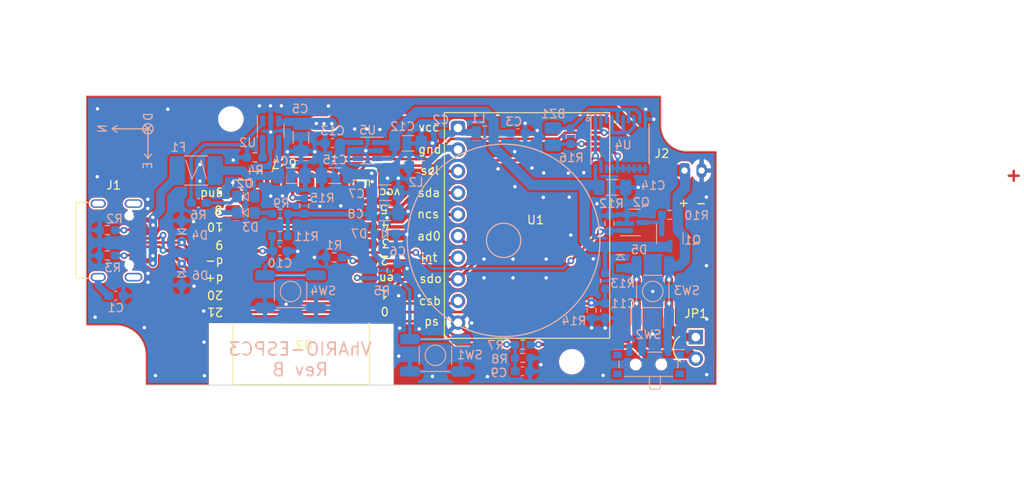
<source format=kicad_pcb>
(kicad_pcb (version 20211014) (generator pcbnew)
  (layers (0 "F.Cu" signal) (31 "B.Cu" signal) (34 "B.Paste" user) (35 "F.Paste" user) (36 "B.SilkS" user "B.Silkscreen") (37 "F.SilkS" user "F.Silkscreen") (38 "B.Mask" user) (39 "F.Mask" user) (44 "Edge.Cuts" user))
  (net 0 "")
  (net 1 "Net-(BZ1-Pad1)")
  (net 2 "Net-(BZ1-Pad2)")
  (net 3 "Net-(C1-Pad1)")
  (net 4 "GND")
  (net 5 "Net-(C2-Pad1)")
  (net 6 "Net-(C2-Pad2)")
  (net 7 "+VSW")
  (net 8 "Net-(C4-Pad1)")
  (net 9 "+BATT")
  (net 10 "Net-(C6-Pad1)")
  (net 11 "+3V3")
  (net 12 "/PWR_SENS")
  (net 13 "Net-(C10-Pad1)")
  (net 14 "/ADC")
  (net 15 "Net-(F1-Pad1)")
  (net 16 "Net-(D2-Pad1)")
  (net 17 "Net-(D3-Pad1)")
  (net 18 "Net-(D3-Pad2)")
  (net 19 "/D-")
  (net 20 "Net-(D5-Pad2)")
  (net 21 "/D+")
  (net 23 "Net-(J1-Pad4)")
  (net 25 "Net-(J1-Pad10)")
  (net 29 "Net-(Q1-Pad1)")
  (net 30 "/PWR_CTRL")
  (net 31 "/DRDY")
  (net 32 "Net-(R4-Pad2)")
  (net 33 "Net-(R6-Pad1)")
  (net 34 "/AUDIO_EN")
  (net 35 "/SCK")
  (net 36 "/MOSI")
  (net 37 "/NCS")
  (net 38 "/MISO")
  (net 39 "/CSB")
  (net 40 "/AUDIO")
  (footprint "0-vhario-espc3:MountingHole_2.5mm" (layer "F.Cu") (at 146 97.25)
    (fp_text reference "H2" hide)
    (fp_text value "MountingHole")
  )
  (footprint "0-vhario-espc3:cjmcu117" (layer "F.Cu") (at 132.65 69.8)
    (fp_text reference "U1")
    (fp_text value "cjmcu117")
  )
  (footprint "0-vhario-espc3:MountingHole_2.5mm" (layer "F.Cu") (at 106 68.75)
    (fp_text reference "H1" hide)
    (fp_text value "MountingHole")
  )
  (footprint "0-vhario-espc3:usb_c_16" (layer "F.Cu") (at 95.155 79.8 -90)
    (fp_text reference "J1")
    (fp_text value "USB_C")
  )
  (footprint "0-vhario-espc3:espc3fn4" (layer "F.Cu") (at 122.25 91.42 180)
    (fp_text reference "U3")
    (fp_text value "espc3fn4")
  )
  (footprint "0-vhario-espc3:JST_PH_B2B-PH-K_1x02_P2.00mm_Vertical" (layer "F.Cu") (at 159.225 74.8)
    (fp_text reference "J2")
    (fp_text value "Battery")
  )
  (footprint "0-vhario-espc3:PinSocket_1x02_P2.54mm_Vertical" (layer "F.Cu") (at 160.55 94.36)
    (fp_text reference "JP1")
    (fp_text value "DBG")
  )
  (footprint "0-vhario-espc3:Fuse_1812_4532Metric_Pad1.30x3.40mm_HandSolder" (layer "B.Cu") (at 101.925 74.8)
    (fp_text reference "F1")
    (fp_text value "nSMD100-16")
  )
  (footprint "0-vhario-espc3:D_SOD-323_HandSoldering" (layer "B.Cu") (at 100.225 87 -90)
    (fp_text reference "D6")
    (fp_text value "BV03C")
  )
  (footprint "0-vhario-espc3:D_SOD-323_HandSoldering" (layer "B.Cu") (at 100.225 81.95 90)
    (fp_text reference "D4")
    (fp_text value "BV03C")
  )
  (footprint "0-vhario-espc3:C_0603_1608Metric_Pad1.08x0.95mm_HandSolder" (layer "B.Cu") (at 92.5 89.5)
    (fp_text reference "C1")
    (fp_text value "100n")
  )
  (footprint "0-vhario-espc3:R_0603_1608Metric_Pad0.98x0.95mm_HandSolder" (layer "B.Cu") (at 111.75 82.5 180)
    (fp_text reference "R11")
    (fp_text value "10K")
  )
  (footprint "Package_TO_SOT_SMD:SOT-23" (layer "B.Cu") (at 153.4 80.9)
    (fp_text reference "Q2")
    (fp_text value "2N7002")
  )
  (footprint "0-vhario-espc3:R_0603_1608Metric_Pad0.98x0.95mm_HandSolder" (layer "B.Cu") (at 123.8 86.525 -90)
    (fp_text reference "R5")
    (fp_text value "2K7")
  )
  (footprint "0-vhario-espc3:SW_SPDT_PCM12" (layer "B.Cu") (at 155 97.25 180)
    (fp_text reference "SW2")
    (fp_text value "DBG")
  )
  (footprint "0-vhario-espc3:L_0805_2012Metric_Pad1.15x1.40mm_HandSolder" (layer "B.Cu") (at 127.95 74.35)
    (fp_text reference "L2")
    (fp_text value "GZ2012D601TF")
  )
  (footprint "0-vhario-espc3:LED_0805_2012Metric_Pad1.15x1.40mm_HandSolder" (layer "B.Cu") (at 107.75 77.85)
    (fp_text reference "D2")
    (fp_text value "CHRG")
  )
  (footprint "0-vhario-espc3:conn_smd_1x2_2mm" (layer "B.Cu") (at 143.8 71.825)
    (fp_text reference "BZ1")
    (fp_text value "KPEG006")
  )
  (footprint "0-vhario-espc3:C_1206_3216Metric_Pad1.33x1.80mm_HandSolder" (layer "B.Cu") (at 126.775 71.6)
    (fp_text reference "C12")
    (fp_text value "22u")
  )
  (footprint "0-vhario-espc3:C_0603_1608Metric_Pad1.08x0.95mm_HandSolder" (layer "B.Cu") (at 117.925 71.575 180)
    (fp_text reference "C13")
    (fp_text value "100n")
  )
  (footprint "0-vhario-espc3:R_0603_1608Metric_Pad0.98x0.95mm_HandSolder" (layer "B.Cu") (at 91.5 81.8 180)
    (fp_text reference "R2")
    (fp_text value "5K1 1%")
  )
  (footprint "0-vhario-espc3:C_1206_3216Metric_Pad1.33x1.80mm_HandSolder" (layer "B.Cu") (at 118.2 75.4 180)
    (fp_text reference "C15")
    (fp_text value "22u")
  )
  (footprint "Package_TO_SOT_SMD:SOT-23-5" (layer "B.Cu") (at 110.675 70.125 -90)
    (fp_text reference "U2")
    (fp_text value "MCP73831-2-OT")
  )
  (footprint "0-vhario-espc3:R_0603_1608Metric_Pad0.98x0.95mm_HandSolder" (layer "B.Cu") (at 145.875 70.775 90)
    (fp_text reference "R16")
    (fp_text value "10K")
  )
  (footprint "0-vhario-espc3:L_0805_2012Metric_Pad1.15x1.40mm_HandSolder" (layer "B.Cu") (at 135.8 70.3)
    (fp_text reference "L1")
    (fp_text value "GZ2012D601TF")
  )
  (footprint "0-vhario-espc3:C_0603_1608Metric_Pad1.08x0.95mm_HandSolder" (layer "B.Cu") (at 139.675 70.4)
    (fp_text reference "C3")
    (fp_text value "100n")
  )
  (footprint "Package_TO_SOT_SMD:SOT-23-5" (layer "B.Cu") (at 122.05 72.45 180)
    (fp_text reference "U5")
    (fp_text value "TLV75533PDBV")
  )
  (footprint "0-vhario-espc3:C_0603_1608Metric_Pad1.08x0.95mm_HandSolder" (layer "B.Cu") (at 125.525 86.55 90)
    (fp_text reference "C6")
    (fp_text value "1u")
  )
  (footprint "0-vhario-espc3:smd_btn4" (layer "B.Cu") (at 155.5 89 90)
    (fp_text reference "SW3")
    (fp_text value "PWR")
  )
  (footprint "0-vhario-espc3:C_0603_1608Metric_Pad1.08x0.95mm_HandSolder" (layer "B.Cu") (at 130.825 71.325 -90)
    (fp_text reference "C2")
    (fp_text value "100n")
  )
  (footprint "0-vhario-espc3:smd_btn4" (layer "B.Cu") (at 113 89 180)
    (fp_text reference "SW4")
    (fp_text value "PCCA")
  )
  (footprint "0-vhario-espc3:R_0603_1608Metric_Pad0.98x0.95mm_HandSolder" (layer "B.Cu") (at 140.25 96.8)
    (fp_text reference "R8")
    (fp_text value "10K")
  )
  (footprint "0-vhario-espc3:smd_btn4" (layer "B.Cu") (at 130 96.5)
    (fp_text reference "SW1")
    (fp_text value "RST")
  )
  (footprint "0-vhario-espc3:R_0603_1608Metric_Pad0.98x0.95mm_HandSolder" (layer "B.Cu") (at 150.425 81 90)
    (fp_text reference "R12")
    (fp_text value "10K")
  )
  (footprint "0-vhario-espc3:R_0603_1608Metric_Pad0.98x0.95mm_HandSolder" (layer "B.Cu") (at 148.325 91.225 -90)
    (fp_text reference "R14")
    (fp_text value "2K2")
  )
  (footprint "0-vhario-espc3:R_0603_1608Metric_Pad0.98x0.95mm_HandSolder" (layer "B.Cu") (at 118.1 85 180)
    (fp_text reference "R1")
    (fp_text value "10K")
  )
  (footprint "0-vhario-espc3:D_SOD-323_HandSoldering" (layer "B.Cu") (at 151.7 84.975 -90)
    (fp_text reference "D5")
    (fp_text value "1N5819WS")
  )
  (footprint "0-vhario-espc3:C_1206_3216Metric_Pad1.33x1.80mm_HandSolder" (layer "B.Cu") (at 113.175 75.4)
    (fp_text reference "C4")
    (fp_text value "22u 16V")
  )
  (footprint "0-vhario-espc3:C_0603_1608Metric_Pad1.08x0.95mm_HandSolder" (layer "B.Cu") (at 149.9 91.25 -90)
    (fp_text reference "C11")
    (fp_text value "100n")
  )
  (footprint "0-vhario-espc3:C_0603_1608Metric_Pad1.08x0.95mm_HandSolder" (layer "B.Cu") (at 102.2 78.6)
    (fp_text reference "R6")
    (fp_text value "2K2")
  )
  (footprint "0-vhario-espc3:R_0603_1608Metric_Pad0.98x0.95mm_HandSolder" (layer "B.Cu") (at 108.8 73.25)
    (fp_text reference "R4")
    (fp_text value "2K")
  )
  (footprint "0-vhario-espc3:R_0603_1608Metric_Pad0.98x0.95mm_HandSolder" (layer "B.Cu") (at 91.5 84.775 180)
    (fp_text reference "R3")
    (fp_text value "5K1 1%")
  )
  (footprint "0-vhario-espc3:R_0603_1608Metric_Pad0.98x0.95mm_HandSolder" (layer "B.Cu") (at 114.6 78.95 90)
    (fp_text reference "R15")
    (fp_text value "10K")
  )
  (footprint "0-vhario-espc3:D_SOD-323_HandSoldering" (layer "B.Cu") (at 124.1 82.225 180)
    (fp_text reference "D7")
    (fp_text value "BV03C")
  )
  (footprint "0-vhario-espc3:C_1206_3216Metric_Pad1.33x1.80mm_HandSolder" (layer "B.Cu") (at 114.225 70.925 -90)
    (fp_text reference "C5")
    (fp_text value "22u 16V")
  )
  (footprint "Package_TO_SOT_SMD:SOT-23" (layer "B.Cu") (at 157.5 82.75 -90)
    (fp_text reference "Q1")
    (fp_text value "AO3401A")
  )
  (footprint "0-vhario-espc3:R_0603_1608Metric_Pad0.98x0.95mm_HandSolder" (layer "B.Cu") (at 111.775 79.875)
    (fp_text reference "R9")
    (fp_text value "2K2")
  )
  (footprint "0-vhario-espc3:LED_0805_2012Metric_Pad1.15x1.40mm_HandSolder" (layer "B.Cu") (at 107.75 79.75)
    (fp_text reference "D3")
    (fp_text value "PWR")
  )
  (footprint "0-vhario-espc3:C_0603_1608Metric_Pad1.08x0.95mm_HandSolder" (layer "B.Cu") (at 111.75 84.25)
    (fp_text reference "C10")
    (fp_text value "100n")
  )
  (footprint "0-vhario-espc3:R_0603_1608Metric_Pad0.98x0.95mm_HandSolder" (layer "B.Cu") (at 157.5 80 180)
    (fp_text reference "R10")
    (fp_text value "10K")
  )
  (footprint "0-vhario-espc3:R_0603_1608Metric_Pad0.98x0.95mm_HandSolder" (layer "B.Cu") (at 140.25 95.25 180)
    (fp_text reference "R7")
    (fp_text value "2K7")
  )
  (footprint "0-vhario-espc3:C_1206_3216Metric_Pad1.33x1.80mm_HandSolder" (layer "B.Cu") (at 150.75 76.775)
    (fp_text reference "C14")
    (fp_text value "22u")
  )
  (footprint "0-vhario-espc3:C_1206_3216Metric_Pad1.33x1.80mm_HandSolder" (layer "B.Cu") (at 124.075 79.775)
    (fp_text reference "C8")
    (fp_text value "100u")
  )
  (footprint "0-vhario-espc3:C_1206_3216Metric_Pad1.33x1.80mm_HandSolder" (layer "B.Cu") (at 124.1 77.4)
    (fp_text reference "C7")
    (fp_text value "100u")
  )
  (footprint "0-vhario-espc3:R_0603_1608Metric_Pad0.98x0.95mm_HandSolder" (layer "B.Cu") (at 149.9 87.75 -90)
    (fp_text reference "R13")
    (fp_text value "10K")
  )
  (footprint "0-vhario-espc3:SSOP-20_4.4x6.5mm_P0.65mm" (layer "B.Cu") (at 151.6925 71.675 -90)
    (fp_text reference "U4")
    (fp_text value "74HC240PWR")
  )
  (footprint "0-vhario-espc3:C_0603_1608Metric_Pad1.08x0.95mm_HandSolder" (layer "B.Cu") (at 140.225 98.375)
    (fp_text reference "C9")
    (fp_text value "100n")
  )
  (gr_circle locked (center 138 83) (end 149.3 83) (layer "B.SilkS") (width 0.15) (fill none))
  (gr_line (start 96.275 73.4) (end 95.85 72.85) (layer "B.SilkS") (width 0.15))
  (gr_line (start 92.075 69.85) (end 92.65 69.525) (layer "B.SilkS") (width 0.15))
  (gr_line (start 96.725 70.225) (end 95.9 69.475) (layer "B.SilkS") (width 0.15))
  (gr_line (start 92.075 69.9) (end 96.275 69.9) (layer "B.SilkS") (width 0.15))
  (gr_line (start 96.275 69.9) (end 96.275 73.325) (layer "B.SilkS") (width 0.15))
  (gr_line (start 96.275 73.4) (end 96.675 72.85) (layer "B.SilkS") (width 0.15))
  (gr_circle locked (center 138 83) (end 140.015564 83) (layer "B.SilkS") (width 0.15) (fill none))
  (gr_circle (center 96.275 69.9) (end 95.75 70.2) (layer "B.SilkS") (width 0.15) (fill none))
  (gr_line (start 96.7 69.475) (end 95.85 70.25) (layer "B.SilkS") (width 0.15))
  (gr_line (start 92.075 69.9) (end 92.625 70.3) (layer "B.SilkS") (width 0.15))
  (gr_arc (start 158.738238 97.221817) (mid 157.925 95.775) (end 158.650819 94.282411) (layer "F.SilkS") (width 0.15))
  (gr_line locked (start 156.5 66) (end 89 66) (layer "Edge.Cuts") (width 0.1))
  (gr_line locked (start 96 100) (end 163 100) (layer "Edge.Cuts") (width 0.1))
  (gr_line locked (start 156.5 69.5) (end 156.5 66) (layer "Edge.Cuts") (width 0.1))
  (gr_line locked (start 92.5 93) (end 89 93) (layer "Edge.Cuts") (width 0.1))
  (gr_line locked (start 89 93) (end 89 66) (layer "Edge.Cuts") (width 0.1))
  (gr_line locked (start 163 100) (end 163 72.5) (layer "Edge.Cuts") (width 0.1))
  (gr_line locked (start 159.5 72.5) (end 163 72.5) (layer "Edge.Cuts") (width 0.1))
  (gr_line locked (start 96 96.5) (end 96 100) (layer "Edge.Cuts") (width 0.1))
  (gr_arc locked (start 92.5 93) (mid 94.974874 94.025126) (end 96 96.5) (layer "Edge.Cuts") (width 0.1))
  (gr_arc locked (start 159.5 72.5) (mid 157.37868 71.62132) (end 156.5 69.5) (layer "Edge.Cuts") (width 0.1))
  (gr_text "+" (at 197.85 75.3) (layer "F.Cu") (effects (font (size 1.5 1.5) (thickness 0.3))))
  (gr_text "N" (at 90.925 69.875 90) (layer "B.SilkS") (effects (font (size 1 1)) (justify mirror)))
  (gr_text "E" (at 96.25 74.225 90) (layer "B.SilkS") (effects (font (size 1 1)) (justify mirror)))
  (gr_text "D" (at 96.3 68.475 90) (layer "B.SilkS") (effects (font (size 1 1)) (justify mirror)))
  (gr_text "VhARIO-ESPC3\nRev B" (at 114.125 96.975) (layer "B.SilkS") (effects (font (size 1.5 1.5) (thickness 0.2)) (justify mirror)))
  (gr_text "+" (at 159.125 78.575) (layer "F.SilkS") (effects (font (size 1 1))))
  (gr_text "-" (at 161.175 78.625) (layer "F.SilkS") (effects (font (size 1 1))))
  (segment (start 147.125 71.675) (end 149.975 71.675) (width 0.4) (layer "F.Cu") (net 1))
  (segment (start 149.975 71.675) (end 151.4 73.1) (width 0.4) (layer "F.Cu") (net 1))
  (via (at 151.4 73.1) (size 0.8) (drill 0.4) (layers "F.Cu" "B.Cu") (net 1))
  (via (at 147.125 71.675) (size 0.8) (drill 0.4) (layers "F.Cu" "B.Cu") (net 1))
  (segment (start 151.3675 74.575) (end 150.7175 74.575) (width 0.4) (layer "B.Cu") (net 1))
  (segment (start 153.9675 74.575) (end 153.3175 74.575) (width 0.4) (layer "B.Cu") (net 1))
  (segment (start 154.6175 74.575) (end 153.9675 74.575) (width 0.4) (layer "B.Cu") (net 1))
  (segment (start 152.0175 74.575) (end 151.3675 74.575) (width 0.4) (layer "B.Cu") (net 1))
  (segment (start 153.3175 74.575) (end 152.6675 74.575) (width 0.4) (layer "B.Cu") (net 1))
  (segment (start 145.875 71.6875) (end 143.9375 71.6875) (width 0.4) (layer "B.Cu") (net 1))
  (segment (start 150.7175 74.575) (end 150.0675 74.575) (width 0.4) (layer "B.Cu") (net 1))
  (segment (start 152.6675 74.575) (end 152.0175 74.575) (width 0.4) (layer "B.Cu") (net 1))
  (segment (start 151.3675 73.1325) (end 151.4 73.1) (width 0.4) (layer "B.Cu") (net 1))
  (segment (start 147.0375 71.6875) (end 145.875 71.6875) (width 0.4) (layer "B.Cu") (net 1))
  (segment (start 143.9375 71.6875) (end 143.8 71.825) (width 0.4) (layer "B.Cu") (net 1))
  (segment (start 151.3675 74.575) (end 151.3675 73.1325) (width 0.4) (layer "B.Cu") (net 1))
  (segment (start 152.6675 67.7825) (end 152.8 67.65) (width 0.4) (layer "B.Cu") (net 2))
  (segment (start 153.9675 68.775) (end 153.9675 68.1425) (width 0.4) (layer "B.Cu") (net 2))
  (segment (start 151.3675 67.7425) (end 151.275 67.65) (width 0.4) (layer "B.Cu") (net 2))
  (segment (start 143.8375 69.8625) (end 143.8 69.825) (width 0.4) (layer "B.Cu") (net 2))
  (segment (start 150.3 67.65) (end 150.0675 67.8825) (width 0.4) (layer "B.Cu") (net 2))
  (segment (start 145.875 69.8625) (end 148.0875 67.65) (width 0.4) (layer "B.Cu") (net 2))
  (segment (start 152.8 67.65) (end 151.275 67.65) (width 0.4) (layer "B.Cu") (net 2))
  (segment (start 150.0675 67.8825) (end 150.0675 68.775) (width 0.4) (layer "B.Cu") (net 2))
  (segment (start 151.3675 68.775) (end 151.3675 67.7425) (width 0.4) (layer "B.Cu") (net 2))
  (segment (start 152.6675 68.775) (end 152.6675 67.7825) (width 0.4) (layer "B.Cu") (net 2))
  (segment (start 151.275 67.65) (end 150.3 67.65) (width 0.4) (layer "B.Cu") (net 2))
  (segment (start 148.0875 67.65) (end 150.3 67.65) (width 0.4) (layer "B.Cu") (net 2))
  (segment (start 145.875 69.8625) (end 143.8375 69.8625) (width 0.4) (layer "B.Cu") (net 2))
  (segment (start 153.475 67.65) (end 152.8 67.65) (width 0.4) (layer "B.Cu") (net 2))
  (segment (start 153.9675 68.1425) (end 153.475 67.65) (width 0.4) (layer "B.Cu") (net 2))
  (segment (start 90.43 87.32) (end 90.43 88.2925) (width 0.8) (layer "B.Cu") (net 3))
  (segment (start 90.43 88.2925) (end 91.6375 89.5) (width 0.8) (layer "B.Cu") (net 3))
  (segment (start 96.275 86.875) (end 96.275 86.82) (width 0.3) (layer "F.Cu") (net 4))
  (segment (start 96.25 79.25) (end 96.205 79.25) (width 0.3) (layer "F.Cu") (net 4))
  (segment (start 106.25 76.25) (end 106.225 76.225) (width 0.8) (layer "F.Cu") (net 4))
  (segment (start 106.245 77.425) (end 106.25 77.42) (width 0.8) (layer "F.Cu") (net 4))
  (segment (start 104.725 77.425) (end 106.245 77.425) (width 1) (layer "F.Cu") (net 4))
  (segment (start 96.205 79.25) (end 95.655 79.8) (width 0.6) (layer "F.Cu") (net 4))
  (segment (start 106.25 77.42) (end 106.25 76.25) (width 1) (layer "F.Cu") (net 4))
  (segment (start 96.275 86.82) (end 95.655 86.2) (width 0.6) (layer "F.Cu") (net 4))
  (via (at 126.8 79.6) (size 0.8) (drill 0.4) (layers "F.Cu" "B.Cu") (net 4))
  (via (at 143 85.2) (size 0.8) (drill 0.4) (layers "F.Cu" "B.Cu") (net 4))
  (via (at 112.625 72.6) (size 0.8) (drill 0.4) (layers "F.Cu" "B.Cu") (net 4))
  (via (at 137.35 74.6) (size 0.8) (drill 0.4) (layers "F.Cu" "B.Cu") (net 4))
  (via (at 115.8 85) (size 0.8) (drill 0.4) (layers "F.Cu" "B.Cu") (net 4))
  (via (at 139.325 76.7) (size 0.8) (drill 0.4) (layers "F.Cu" "B.Cu") (net 4))
  (via (at 135.7 87.4) (size 0.8) (drill 0.4) (layers "F.Cu" "B.Cu") (net 4))
  (via (at 147.4 75.05) (size 0.8) (drill 0.4) (layers "F.Cu" "B.Cu") (net 4))
  (via (at 142.7 75.075) (size 0.8) (drill 0.4) (layers "F.Cu" "B.Cu") (net 4))
  (via (at 102.375 76.05) (size 0.8) (drill 0.4) (layers "F.Cu" "B.Cu") (net 4))
  (via (at 126.65 82.3) (size 0.8) (drill 0.4) (layers "F.Cu" "B.Cu") (net 4))
  (via (at 140.525 69.25) (size 0.8) (drill 0.4) (layers "F.Cu" "B.Cu") (net 4))
  (via (at 112.05 77.775) (size 0.8) (drill 0.4) (layers "F.Cu" "B.Cu") (net 4))
  (via (at 102.9 98.9) (size 0.8) (drill 0.4) (layers "F.Cu" "B.Cu") (net 4))
  (via (at 110.65 67.2) (size 0.8) (drill 0.4) (layers "F.Cu" "B.Cu") (net 4))
  (via (at 121.825 72.475) (size 0.8) (drill 0.4) (layers "F.Cu" "B.Cu") (net 4))
  (via (at 115.85 72.6) (size 0.8) (drill 0.4) (layers "F.Cu" "B.Cu") (net 4))
  (via (at 121.975 69.925) (size 0.8) (drill 0.4) (layers "F.Cu" "B.Cu") (net 4))
  (via (at 111.925 67.2) (size 0.8) (drill 0.4) (layers "F.Cu" "B.Cu") (net 4))
  (via (at 145.7 77.925) (size 0.8) (drill 0.4) (layers "F.Cu" "B.Cu") (net 4))
  (via (at 112.475 90.5) (size 0.8) (drill 0.4) (layers "F.Cu" "B.Cu") (net 4))
  (via (at 155.5 89) (size 0.8) (drill 0.4) (layers "F.Cu" "B.Cu") (net 4))
  (via (at 129.65 71.575) (size 0.8) (drill 0.4) (layers "F.Cu" "B.Cu") (net 4))
  (via (at 90.075 92.025) (size 0.8) (drill 0.4) (layers "F.Cu" "B.Cu") (net 4))
  (via (at 96.25 79.25) (size 0.8) (drill 0.4) (layers "F.Cu" "B.Cu") (net 4))
  (via (at 113.85 84.3) (size 0.8) (drill 0.4) (layers "F.Cu" "B.Cu") (net 4))
  (via (at 134.25 92.7) (size 0.8) (drill 0.4) (layers "F.Cu" "B.Cu") (net 4))
  (via (at 125.8 93.3) (size 0.8) (drill 0.4) (layers "F.Cu" "B.Cu") (net 4))
  (via (at 142.65 77.95) (size 0.8) (drill 0.4) (layers "F.Cu" "B.Cu") (net 4))
  (via (at 124.425 77.45) (size 0.8) (drill 0.4) (layers "F.Cu" "B.Cu") (net 4))
  (via (at 102.375 74.1) (size 0.8) (drill 0.4) (layers "F.Cu" "B.Cu") (net 4))
  (via (at 101.625 80.8) (size 0.8) (drill 0.4) (layers "F.Cu" "B.Cu") (net 4))
  (via (at 128.1 89.5) (size 0.8) (drill 0.4) (layers "F.Cu" "B.Cu") (net 4))
  (via (at 125.675 89.5) (size 0.8) (drill 0.4) (layers "F.Cu" "B.Cu") (net 4))
  (via (at 118.9 78.95) (size 0.8) (drill 0.4) (layers "F.Cu" "B.Cu") (net 4))
  (via (at 97.15 98.875) (size 0.8) (drill 0.4) (layers "F.Cu" "B.Cu") (net 4))
  (via (at 96.275 87.925) (size 0.8) (drill 0.4) (layers "F.Cu" "B.Cu") (net 4))
  (via (at 148.95 78.7) (size 0.8) (drill 0.4) (layers "F.Cu" "B.Cu") (net 4))
  (via (at 143 87.4) (size 0.8) (drill 0.4) (layers "F.Cu" "B.Cu") (net 4))
  (via (at 128.1 93.4) (size 0.8) (drill 0.4) (layers "F.Cu" "B.Cu") (net 4))
  (via (at 155.5 94) (size 0.8) (drill 0.4) (layers "F.Cu" "B.Cu") (net 4))
  (via (at 161.825 98.775) (size 0.8) (drill 0.4) (layers "F.Cu" "B.Cu") (net 4))
  (via (at 123.475 69.975) (size 0.8) (drill 0.4) (layers "F.Cu" "B.Cu") (net 4))
  (via (at 145.875 82.375) (size 0.8) (drill 0.4) (layers "F.Cu" "B.Cu") (net 4))
  (via (at 101.675 88.375) (size 0.8) (drill 0.4) (layers "F.Cu" "B.Cu") (net 4))
  (via (at 142.375 97.6) (size 0.8) (drill 0.4) (layers "F.Cu" "B.Cu") (net 4))
  (via (at 124.375 75.7) (size 0.8) (drill 0.4) (layers "F.Cu" "B.Cu") (net 4))
  (via (at 145.6 75.1) (size 0.8) (drill 0.4) (layers "F.Cu" "B.Cu") (net 4))
  (via (at 106.275 73.575) (size 0.8) (drill 0.4) (layers "F.Cu" "B.Cu") (net 4))
  (via (at 95.85 93.25) (size 0.8) (drill 0.4) (layers "F.Cu" "B.Cu") (net 4))
  (via (at 102.8 91.3) (size 0.8) (drill 0.4) (layers "F.Cu" "B.Cu") (net 4))
  (via (at 139.3 72.575) (size 0.8) (drill 0.4) (layers "F.Cu" "B.Cu") (net 4))
  (via (at 155.625 68.775) (size 0.8) (drill 0.4) (layers "F.Cu" "B.Cu") (net 4))
  (via (at 148.325 93.275) (size 0.8) (drill 0.4) (layers "F.Cu" "B.Cu") (net 4))
  (via (at 129.65 98.975) (size 0.8) (drill 0.4) (layers "F.Cu" "B.Cu") (net 4))
  (via (at 149.675 98.85) (size 0.8) (drill 0.4) (layers "F.Cu" "B.Cu") (net 4))
  (via (at 106.225 76.225) (size 0.8) (drill 0.4) (layers "F.Cu" "B.Cu") (net 4))
  (via (at 90.325 75.525) (size 0.8) (drill 0.4) (layers "F.Cu" "B.Cu") (net 4))
  (via (at 141.325 74.5) (size 0.8) (drill 0.4) (layers "F.Cu" "B.Cu") (net 4))
  (via (at 136.1 99) (size 0.8) (drill 0.4) (layers "F.Cu" "B.Cu") (net 4))
  (via (at 117.45 67.225) (size 0.8) (drill 0.4) (layers "F.Cu" "B.Cu") (net 4))
  (via (at 161.8 85.975) (size 0.8) (drill 0.4) (layers "F.Cu" "B.Cu") (net 4))
  (via (at 120.525 69.925) (size 0.8) (drill 0.4) (layers "F.Cu" "B.Cu") (net 4))
  (via (at 135.7 85.2) (size 0.8) (drill 0.4) (layers "F.Cu" "B.Cu") (net 4))
  (via (at 161.79162 77.913961) (size 0.8) (drill 0.4) (layers "F.Cu" "B.Cu") (net 4))
  (via (at 104.725 77.425) (size 0.8) (drill 0.4) (layers "F.Cu" "B.Cu") (net 4))
  (via (at 113.3 74.275) (size 0.8) (drill 0.4) (layers "F.Cu" "B.Cu") (net 4))
  (via (at 96.275 86.875) (size 0.8) (drill 0.4) (layers "F.Cu" "B.Cu") (net 4))
  (via (at 124.325 80.35) (size 0.8) (drill 0.4) (layers "F.Cu" "B.Cu") (net 4))
  (via (at 153.8 76.775) (size 0.8) (drill 0.4) (layers "F.Cu" "B.Cu") (net 4))
  (via (at 96.25 78.175) (size 0.8) (drill 0.4) (layers "F.Cu" "B.Cu") (net 4))
  (via (at 109.35 67.2) (size 0.8) (drill 0.4) (layers "F.Cu" "B.Cu") (net 4))
  (via (at 149.925 93.3) (size 0.8) (drill 0.4) (layers "F.Cu" "B.Cu") (net 4))
  (via (at 139.1 85.2) (size 0.8) (drill 0.4) (layers "F.Cu" "B.Cu") (net 4))
  (via (at 125.7 96.6) (size 0.8) (drill 0.4) (layers "F.Cu" "B.Cu") (net 4))
  (via (at 139.1 87.4) (size 0.8) (drill 0.4) (layers "F.Cu" "B.Cu") (net 4))
  (via (at 148.525 85.175) (size 0.8) (drill 0.4) (layers "F.Cu" "B.Cu") (net 4))
  (via (at 154.675 67.6) (size 0.8) (drill 0.4) (layers "F.Cu" "B.Cu") (net 4))
  (via (at 102.85 94.95) (size 0.8) (drill 0.4) (layers "F.Cu" "B.Cu") (net 4))
  (via (at 110.675 70.275) (size 0.8) (drill 0.4) (layers "F.Cu" "B.Cu") (net 4))
  (via (at 116.425 79) (size 0.8) (drill 0.4) (layers "F.Cu" "B.Cu") (net 4))
  (via (at 110.675 77.8) (size 0.8) (drill 0.4) (layers "F.Cu" "B.Cu") (net 4))
  (via (at 125.65 75.7) (size 0.8) (drill 0.4) (layers "F.Cu" "B.Cu") (net 4))
  (via (at 90.35 67.55) (size 0.8) (drill 0.4) (layers "F.Cu" "B.Cu") (net 4))
  (via (at 141.95 70.1) (size 0.8) (drill 0.4) (layers "F.Cu" "B.Cu") (net 4))
  (via (at 98.6 67.6) (size 0.8) (drill 0.4) (layers "F.Cu" "B.Cu") (net 4))
  (via (at 128.425 70.025) (size 0.8) (drill 0.4) (layers "F.Cu" "B.Cu") (net 4))
  (via (at 126.675 86.3) (size 0.8) (drill 0.4) (layers "F.Cu" "B.Cu") (net 4))
  (via (at 161.834005 92.240382) (size 0.8) (drill 0.4) (layers "F.Cu" "B.Cu") (net 4))
  (segment (start 133.15 70.3) (end 132.65 69.8) (width 0.8) (layer "B.Cu") (net 5))
  (segment (start 134.775 70.3) (end 133.15 70.3) (width 0.8) (layer "B.Cu") (net 5))
  (segment (start 131.9875 70.4625) (end 132.65 69.8) (width 0.8) (layer "B.Cu") (net 5))
  (segment (start 130.825 70.4625) (end 131.9875 70.4625) (width 0.8) (layer "B.Cu") (net 5))
  (segment (start 128.975 74.35) (end 128.975 74.0375) (width 0.8) (layer "B.Cu") (net 6))
  (segment (start 130.825 72.1875) (end 132.4975 72.1875) (width 0.8) (layer "B.Cu") (net 6))
  (segment (start 132.4975 72.1875) (end 132.65 72.34) (width 0.8) (layer "B.Cu") (net 6))
  (segment (start 128.975 74.0375) (end 130.825 72.1875) (width 0.8) (layer "B.Cu") (net 6))
  (segment (start 125.175 71.5625) (end 125.175 70.525) (width 1.2) (layer "B.Cu") (net 7))
  (segment (start 149.9 84.225) (end 150.375 83.75) (width 0.4) (layer "B.Cu") (net 7))
  (segment (start 124.75 73.4) (end 125.2125 72.9375) (width 0.5) (layer "B.Cu") (net 7))
  (segment (start 147.5 76.5) (end 148.9125 76.5) (width 1.2) (layer "B.Cu") (net 7))
  (segment (start 148.9125 76.5) (end 149.1875 76.775) (width 1.2) (layer "B.Cu") (net 7))
  (segment (start 125.2125 72.9375) (end 125.2125 71.6) (width 0.5) (layer "B.Cu") (net 7))
  (segment (start 141.25 76.5) (end 136.825 72.075) (width 1.2) (layer "B.Cu") (net 7))
  (segment (start 136.825 70.3) (end 136.825 68.85) (width 1.2) (layer "B.Cu") (net 7))
  (segment (start 125.1125 71.5) (end 125.2125 71.6) (width 0.6) (layer "B.Cu") (net 7))
  (segment (start 148.7675 74.575) (end 148.7675 76.355) (width 0.4) (layer "B.Cu") (net 7))
  (segment (start 150.25 83.875) (end 150.375 83.75) (width 0.6) (layer "B.Cu") (net 7))
  (segment (start 123.1875 73.4) (end 124.75 73.4) (width 0.5) (layer "B.Cu") (net 7))
  (segment (start 150.375 83.75) (end 152.5 83.75) (width 1.2) (layer "B.Cu") (net 7))
  (segment (start 148.7675 76.355) (end 149.1875 76.775) (width 0.4) (layer "B.Cu") (net 7))
  (segment (start 157.25 83.75) (end 152.5 83.75) (width 1.2) (layer "B.Cu") (net 7))
  (segment (start 125.2125 71.6) (end 125.175 71.5625) (width 1.2) (layer "B.Cu") (net 7))
  (segment (start 135.9 67.925) (end 136.825 68.85) (width 1.2) (layer "B.Cu") (net 7))
  (segment (start 147.5 76.5) (end 141.25 76.5) (width 1.2) (layer "B.Cu") (net 7))
  (segment (start 136.825 72.075) (end 136.825 70.3) (width 1.2) (layer "B.Cu") (net 7))
  (segment (start 127.775 67.925) (end 135.9 67.925) (width 1.2) (layer "B.Cu") (net 7))
  (segment (start 147.5 76.5) (end 147.5 83) (width 1.2) (layer "B.Cu") (net 7))
  (segment (start 149.9 86.8375) (end 149.9 84.225) (width 0.5) (layer "B.Cu") (net 7))
  (segment (start 123.1875 71.5) (end 125.1125 71.5) (width 0.6) (layer "B.Cu") (net 7))
  (segment (start 136.925 70.4) (end 136.825 70.3) (width 0.8) (layer "B.Cu") (net 7))
  (segment (start 125.175 70.525) (end 127.775 67.925) (width 1.2) (layer "B.Cu") (net 7))
  (segment (start 147.5 83) (end 148.25 83.75) (width 1.2) (layer "B.Cu") (net 7))
  (segment (start 148.25 83.75) (end 150.375 83.75) (width 1.2) (layer "B.Cu") (net 7))
  (segment (start 138.8125 70.4) (end 136.925 70.4) (width 0.8) (layer "B.Cu") (net 7))
  (segment (start 108.775 75.725) (end 108.475 75.425) (width 0.4) (layer "B.Cu") (net 8))
  (segment (start 111.625 71.2625) (end 111.625 72.525) (width 0.6) (layer "B.Cu") (net 8))
  (segment (start 108.775 77.85) (end 108.775 75.725) (width 0.4) (layer "B.Cu") (net 8))
  (segment (start 108.475 75.425) (end 111.4875 75.425) (width 1) (layer "B.Cu") (net 8))
  (segment (start 104.15 74.8) (end 107.355635 74.8) (width 1) (layer "B.Cu") (net 8))
  (segment (start 107.980635 75.425) (end 108.475 75.425) (width 1) (layer "B.Cu") (net 8))
  (segment (start 107.355635 74.8) (end 107.980635 75.425) (width 1) (layer "B.Cu") (net 8))
  (segment (start 111.4875 75.425) (end 111.4875 72.6625) (width 0.8) (layer "B.Cu") (net 8))
  (segment (start 150.6 67.5) (end 157.9 74.8) (width 1.4) (layer "F.Cu") (net 9))
  (segment (start 157.4 87.6) (end 157.4 90.4) (width 1) (layer "F.Cu") (net 9))
  (segment (start 157.4 93.1) (end 157.4 90.4) (width 1) (layer "F.Cu") (net 9))
  (segment (start 117.925 69.175) (end 119.6 67.5) (width 1.4) (layer "F.Cu") (net 9))
  (segment (start 115.9125 69.325) (end 117.7875 69.325) (width 1.4) (layer "F.Cu") (net 9))
  (segment (start 157.9 74.8) (end 159.225 74.8) (width 1.4) (layer "F.Cu") (net 9))
  (segment (start 158.66 94.36) (end 157.4 93.1) (width 1) (layer "F.Cu") (net 9))
  (segment (start 119.6 67.5) (end 150.6 67.5) (width 1.4) (layer "F.Cu") (net 9))
  (segment (start 160.55 94.36) (end 158.66 94.36) (width 1) (layer "F.Cu") (net 9))
  (via (at 157.4 90.4) (size 0.8) (drill 0.4) (layers "F.Cu" "B.Cu") (net 9))
  (via (at 157.4 87.6) (size 0.8) (drill 0.4) (layers "F.Cu" "B.Cu") (net 9))
  (via (at 117.85 69.3) (size 0.8) (drill 0.4) (layers "F.Cu" "B.Cu") (net 9))
  (via (at 116.025 69.275) (size 0.8) (drill 0.4) (layers "F.Cu" "B.Cu") (net 9))
  (via (at 116.925 69.3) (size 0.8) (drill 0.4) (layers "F.Cu" "B.Cu") (net 9))
  (segment (start 157.4 86) (end 157.4 87.6) (width 0.8) (layer "B.Cu") (net 9))
  (segment (start 157.4 92) (end 157.4 90.4) (width 0.8) (layer "B.Cu") (net 9))
  (segment (start 157.25 95.82) (end 157.25 92.15) (width 1) (layer "B.Cu") (net 9))
  (segment (start 158.4125 77.7625) (end 159.3 76.875) (width 1.2) (layer "B.Cu") (net 9))
  (segment (start 111.7375 69.1) (end 111.625 68.9875) (width 0.6) (layer "B.Cu") (net 9))
  (segment (start 114.05 69.1) (end 112.525 69.1) (width 1) (layer "B.Cu") (net 9))
  (segment (start 159.3 74.875) (end 159.225 74.8) (width 1.2) (layer "B.Cu") (net 9))
  (segment (start 158.4125 80) (end 158.4125 77.7625) (width 1.2) (layer "B.Cu") (net 9))
  (segment (start 157.25 92.15) (end 157.4 92) (width 1) (layer "B.Cu") (net 9))
  (segment (start 159.275 82.6375) (end 159.275 85.325) (width 1.2) (layer "B.Cu") (net 9))
  (segment (start 159.275 85.325) (end 158.6 86) (width 1.2) (layer "B.Cu") (net 9))
  (segment (start 158.45 80.0375) (end 158.4125 80) (width 1.2) (layer "B.Cu") (net 9))
  (segment (start 112.525 69.1) (end 111.7375 69.1) (width 0.6) (layer "B.Cu") (net 9))
  (segment (start 158.45 81.8125) (end 159.275 82.6375) (width 1.2) (layer "B.Cu") (net 9))
  (segment (start 158.6 86) (end 157.4 86) (width 1.2) (layer "B.Cu") (net 9))
  (segment (start 159.3 76.875) (end 159.3 74.875) (width 1.2) (layer "B.Cu") (net 9))
  (segment (start 158.45 81.8125) (end 158.45 80.0375) (width 1.2) (layer "B.Cu") (net 9))
  (segment (start 114.2875 69.3) (end 117.75 69.3) (width 1.4) (layer "B.Cu") (net 9))
  (segment (start 122.25 87.42) (end 120.845 87.42) (width 0.5) (layer "F.Cu") (net 10))
  (segment (start 120.845 87.42) (end 120.825 87.4) (width 0.4) (layer "F.Cu") (net 10))
  (via (at 120.825 87.4) (size 0.8) (drill 0.4) (layers "F.Cu" "B.Cu") (net 10))
  (segment (start 125.525 87.4125) (end 127 88.8875) (width 0.4) (layer "B.Cu") (net 10))
  (segment (start 127 88.8875) (end 127 94.6) (width 0.4) (layer "B.Cu") (net 10))
  (segment (start 120.8625 87.4375) (end 123.8 87.4375) (width 0.5) (layer "B.Cu") (net 10))
  (segment (start 123.825 87.4125) (end 123.8 87.4375) (width 0.4) (layer "B.Cu") (net 10))
  (segment (start 127 94.6) (end 133 94.6) (width 0.4) (layer "B.Cu") (net 10))
  (segment (start 125.525 87.4125) (end 123.825 87.4125) (width 0.5) (layer "B.Cu") (net 10))
  (segment (start 120.825 87.4) (end 120.8625 87.4375) (width 0.4) (layer "B.Cu") (net 10))
  (segment (start 122.575 75.25) (end 122.575 76.1) (width 1) (layer "F.Cu") (net 11))
  (segment (start 122.6 75.225) (end 122.575 75.25) (width 1) (layer "F.Cu") (net 11))
  (segment (start 122.575 76.1) (end 122.575 77.095) (width 1) (layer "F.Cu") (net 11))
  (via (at 122.525 75.125) (size 0.8) (drill 0.4) (layers "F.Cu" "B.Cu") (net 11))
  (via (at 122.575 76.1) (size 0.8) (drill 0.4) (layers "F.Cu" "B.Cu") (net 11))
  (segment (start 119.9375 75.225) (end 119.7625 75.4) (width 1.2) (layer "B.Cu") (net 11))
  (segment (start 119.7625 75.2125) (end 118.7875 74.2375) (width 1.2) (layer "B.Cu") (net 11))
  (segment (start 122.75 79.75) (end 122.75 84.5625) (width 0.6) (layer "B.Cu") (net 11))
  (segment (start 112.6875 82.475) (end 112.6625 82.5) (width 0.5) (layer "B.Cu") (net 11))
  (segment (start 114.25 79.9125) (end 112.575 79.9125) (width 0.6) (layer "B.Cu") (net 11))
  (segment (start 120.9125 71.5) (end 118.8625 71.5) (width 0.6) (layer "B.Cu") (net 11))
  (segment (start 119.7625 75.4) (end 119.7625 75.2125) (width 1.2) (layer "B.Cu") (net 11))
  (segment (start 118.8625 71.5) (end 118.7875 71.575) (width 0.6) (layer "B.Cu") (net 11))
  (segment (start 122.5375 79.75) (end 122.5125 79.775) (width 1.2) (layer "B.Cu") (net 11))
  (segment (start 122.5375 75.2875) (end 122.5375 77.4) (width 1.2) (layer "B.Cu") (net 11))
  (segment (start 118.7875 74.2375) (end 118.7875 71.575) (width 1.2) (layer "B.Cu") (net 11))
  (segment (start 122.6 75.225) (end 119.9375 75.225) (width 1.2) (layer "B.Cu") (net 11))
  (segment (start 112.6875 79.875) (end 112.6875 82.475) (width 0.5) (layer "B.Cu") (net 11))
  (segment (start 122.5375 77.4) (end 122.5375 79.75) (width 1.2) (layer "B.Cu") (net 11))
  (segment (start 114.25 79.9125) (end 122.375 79.9125) (width 0.6) (layer "B.Cu") (net 11))
  (segment (start 122.75 84.5625) (end 123.8 85.6125) (width 0.6) (layer "B.Cu") (net 11))
  (segment (start 122.375 79.9125) (end 122.5125 79.775) (width 0.5) (layer "B.Cu") (net 11))
  (segment (start 120.475 92.5) (end 119.395 91.42) (width 0.3) (layer "F.Cu") (net 12))
  (segment (start 132.475 95.225) (end 129.75 92.5) (width 0.3) (layer "F.Cu") (net 12))
  (segment (start 119.395 91.42) (end 106.25 91.42) (width 0.3) (layer "F.Cu") (net 12))
  (segment (start 138.35 95.225) (end 132.475 95.225) (width 0.3) (layer "F.Cu") (net 12))
  (segment (start 129.75 92.5) (end 120.475 92.5) (width 0.3) (layer "F.Cu") (net 12))
  (via (at 138.35 95.225) (size 0.8) (drill 0.4) (layers "F.Cu" "B.Cu") (net 12))
  (segment (start 139.3125 95.225) (end 139.3375 95.25) (width 0.4) (layer "B.Cu") (net 12))
  (segment (start 138.35 95.225) (end 139.3125 95.225) (width 0.4) (layer "B.Cu") (net 12))
  (segment (start 139.3375 95.25) (end 139.3375 98.35) (width 0.4) (layer "B.Cu") (net 12))
  (segment (start 108.875 84.25) (end 108.045 83.42) (width 0.4) (layer "F.Cu") (net 13))
  (segment (start 108.045 83.42) (end 106.25 83.42) (width 0.4) (layer "F.Cu") (net 13))
  (segment (start 109.725 84.25) (end 108.875 84.25) (width 0.4) (layer "F.Cu") (net 13))
  (via (at 109.725 84.25) (size 0.8) (drill 0.4) (layers "F.Cu" "B.Cu") (net 13))
  (segment (start 110.9 85.2) (end 110.9 84.2625) (width 0.4) (layer "B.Cu") (net 13))
  (segment (start 110 87.1) (end 116 87.1) (width 0.4) (layer "B.Cu") (net 13))
  (segment (start 110.8375 82.5) (end 110.8375 84.2) (width 0.5) (layer "B.Cu") (net 13))
  (segment (start 110 87.1) (end 110 86.1) (width 0.4) (layer "B.Cu") (net 13))
  (segment (start 110.9 84.2625) (end 110.8875 84.25) (width 0.4) (layer "B.Cu") (net 13))
  (segment (start 110 86.1) (end 110.9 85.2) (width 0.4) (layer "B.Cu") (net 13))
  (segment (start 110.8375 84.2) (end 110.8875 84.25) (width 0.4) (layer "B.Cu") (net 13))
  (segment (start 110.8875 84.25) (end 109.725 84.25) (width 0.5) (layer "B.Cu") (net 13))
  (segment (start 148.2125 90.425) (end 146.825 90.425) (width 0.3) (layer "F.Cu") (net 14))
  (segment (start 148.3 90.3375) (end 148.2125 90.425) (width 0.3) (layer "F.Cu") (net 14))
  (segment (start 145.83 91.42) (end 122.25 91.42) (width 0.3) (layer "F.Cu") (net 14))
  (segment (start 146.825 90.425) (end 145.83 91.42) (width 0.3) (layer "F.Cu") (net 14))
  (via (at 148.3 90.3375) (size 0.8) (drill 0.4) (layers "F.Cu" "B.Cu") (net 14))
  (segment (start 149.9 88.6625) (end 149.9 90.3875) (width 0.4) (layer "B.Cu") (net 14))
  (segment (start 148.35 90.3875) (end 149.9 90.3875) (width 0.5) (layer "B.Cu") (net 14))
  (segment (start 148.3 90.3375) (end 148.35 90.3875) (width 0.4) (layer "B.Cu") (net 14))
  (segment (start 96.85 85.675) (end 96.575 85.4) (width 0.6) (layer "F.Cu") (net 15))
  (segment (start 96.85 81.2375) (end 96.85 80.2625) (width 0.8) (layer "F.Cu") (net 15))
  (segment (start 96.85 85.675) (end 96.85 84.8) (width 0.8) (layer "F.Cu") (net 15))
  (segment (start 96.875 80.6) (end 95.655 80.6) (width 0.6) (layer "F.Cu") (net 15))
  (segment (start 96.575 85.4) (end 95.655 85.4) (width 0.6) (layer "F.Cu") (net 15))
  (segment (start 96.9 80.575) (end 96.875 80.6) (width 0.3) (layer "F.Cu") (net 15))
  (segment (start 96.9 80.325) (end 96.9 80.575) (width 0.3) (layer "F.Cu") (net 15))
  (segment (start 96.875 81.2) (end 96.85 81.175) (width 0.8) (layer "F.Cu") (net 15))
  (via (at 96.85 84.8) (size 0.8) (drill 0.4) (layers "F.Cu" "B.Cu") (net 15))
  (via (at 96.85 85.675) (size 0.8) (drill 0.4) (layers "F.Cu" "B.Cu") (net 15))
  (via (at 96.85 80.3) (size 0.8) (drill 0.4) (layers "F.Cu" "B.Cu") (net 15))
  (via (at 96.875 81.2) (size 0.8) (drill 0.4) (layers "F.Cu" "B.Cu") (net 15))
  (segment (start 97.75 79.475) (end 97.75 77.4) (width 1) (layer "B.Cu") (net 15))
  (segment (start 96.85 80.4) (end 96.875 80.375) (width 1) (layer "B.Cu") (net 15))
  (segment (start 97.75 77.4) (end 99.7 75.45) (width 1) (layer "B.Cu") (net 15))
  (segment (start 96.85 85.675) (end 96.85 80.4) (width 1) (layer "B.Cu") (net 15))
  (segment (start 99.7 75.45) (end 99.7 74.8) (width 1) (layer "B.Cu") (net 15))
  (segment (start 96.9 80.325) (end 97.75 79.475) (width 1) (layer "B.Cu") (net 15))
  (segment (start 105.975 78.6) (end 106.725 77.85) (width 0.4) (layer "B.Cu") (net 16))
  (segment (start 103.0625 78.6) (end 105.975 78.6) (width 0.4) (layer "B.Cu") (net 16))
  (segment (start 105.92 79.75) (end 106.25 79.42) (width 0.4) (layer "F.Cu") (net 17))
  (segment (start 104.75 79.75) (end 105.92 79.75) (width 0.5) (layer "F.Cu") (net 17))
  (via (at 104.75 79.75) (size 0.8) (drill 0.4) (layers "F.Cu" "B.Cu") (net 17))
  (segment (start 106.725 79.75) (end 104.75 79.75) (width 0.6) (layer "B.Cu") (net 17))
  (segment (start 108.775 79.75) (end 110.7375 79.75) (width 0.5) (layer "B.Cu") (net 18))
  (segment (start 110.7375 79.75) (end 110.8625 79.875) (width 0.4) (layer "B.Cu") (net 18))
  (segment (start 95.155 83.25) (end 94.23 83.25) (width 0.3) (layer "F.Cu") (net 19))
  (segment (start 100.25 83.25) (end 95.655 83.25) (width 0.3) (layer "F.Cu") (net 19))
  (segment (start 94.175 83.195) (end 94.175 82.25) (width 0.3) (layer "F.Cu") (net 19))
  (segment (start 100.25 83.25) (end 102.42 85.42) (width 0.4) (layer "F.Cu") (net 19))
  (segment (start 102.42 85.42) (end 106.25 85.42) (width 0.4) (layer "F.Cu") (net 19))
  (segment (start 94.175 82.25) (end 95.155 82.25) (width 0.3) (layer "F.Cu") (net 19))
  (segment (start 94.23 83.25) (end 94.175 83.195) (width 0.3) (layer "F.Cu") (net 19))
  (via (at 100.25 83.25) (size 0.8) (drill 0.4) (layers "F.Cu" "B.Cu") (net 19))
  (segment (start 147.65 94.275) (end 148.825 95.45) (width 0.4) (layer "F.Cu") (net 20))
  (segment (start 143.4 95.225) (end 144.35 94.275) (width 0.4) (layer "F.Cu") (net 20))
  (segment (start 154.679999 96.379999) (end 160.029999 96.379999) (width 1) (layer "F.Cu") (net 20))
  (segment (start 142.1 95.225) (end 143.4 95.225) (width 0.4) (layer "F.Cu") (net 20))
  (segment (start 153.45 95.45) (end 153.6 95.3) (width 0.4) (layer "F.Cu") (net 20))
  (segment (start 160.029999 96.379999) (end 160.55 96.9) (width 1) (layer "F.Cu") (net 20))
  (segment (start 144.35 94.275) (end 147.65 94.275) (width 0.4) (layer "F.Cu") (net 20))
  (segment (start 153.6 95.3) (end 154.679999 96.379999) (width 1) (layer "F.Cu") (net 20))
  (segment (start 148.825 95.45) (end 153.45 95.45) (width 0.4) (layer "F.Cu") (net 20))
  (segment (start 153.6 87.6) (end 153.6 90.4) (width 1) (layer "F.Cu") (net 20))
  (segment (start 153.6 90.4) (end 153.6 95.3) (width 1) (layer "F.Cu") (net 20))
  (via (at 153.6 90.4) (size 0.8) (drill 0.4) (layers "F.Cu" "B.Cu") (net 20))
  (via (at 142.1 95.225) (size 0.8) (drill 0.4) (layers "F.Cu" "B.Cu") (net 20))
  (via (at 153.6 87.6) (size 0.8) (drill 0.4) (layers "F.Cu" "B.Cu") (net 20))
  (segment (start 142.075 95.25) (end 142.1 95.225) (width 0.4) (layer "B.Cu") (net 20))
  (segment (start 154.25 94.35) (end 154.25 95.82) (width 1) (layer "B.Cu") (net 20))
  (segment (start 153.6 86) (end 153.6 87.6) (width 0.8) (layer "B.Cu") (net 20))
  (segment (start 153.6 92.7) (end 153.6 93.7) (width 1) (layer "B.Cu") (net 20))
  (segment (start 152.5 86.25) (end 153.525 86.25) (width 1.2) (layer "B.Cu") (net 20))
  (segment (start 141.1625 95.25) (end 142.075 95.25) (width 0.4) (layer "B.Cu") (net 20))
  (segment (start 153.6 93.7) (end 154.25 94.35) (width 1) (layer "B.Cu") (net 20))
  (segment (start 153.6 92) (end 153.6 90.4) (width 0.8) (layer "B.Cu") (net 20))
  (segment (start 97.925 82.4) (end 97.575 82.75) (width 0.3) (layer "F.Cu") (net 21))
  (segment (start 98.675 84.175) (end 98.05 84.175) (width 0.4) (layer "F.Cu") (net 21))
  (segment (start 100.25 85.725) (end 100.225 85.725) (width 0.4) (layer "F.Cu") (net 21))
  (segment (start 98.05 82.4) (end 97.925 82.4) (width 0.3) (layer "F.Cu") (net 21))
  (segment (start 105.83 87) (end 106.25 87.42) (width 0.4) (layer "F.Cu") (net 21))
  (segment (start 100.25 85.725) (end 101.525 87) (width 0.4) (layer "F.Cu") (net 21))
  (segment (start 100.225 85.725) (end 98.675 84.175) (width 0.4) (layer "F.Cu") (net 21))
  (segment (start 95.155 83.75) (end 97.625 83.75) (width 0.3) (layer "F.Cu") (net 21))
  (segment (start 97.625 83.75) (end 98.05 84.175) (width 0.3) (layer "F.Cu") (net 21))
  (segment (start 101.525 87) (end 105.83 87) (width 0.4) (layer "F.Cu") (net 21))
  (segment (start 97.575 82.75) (end 95.655 82.75) (width 0.3) (layer "F.Cu") (net 21))
  (via (at 98.05 82.4) (size 0.8) (drill 0.4) (layers "F.Cu" "B.Cu") (net 21))
  (via (at 98.05 84.175) (size 0.8) (drill 0.4) (layers "F.Cu" "B.Cu") (net 21))
  (via (at 100.25 85.725) (size 0.8) (drill 0.4) (layers "F.Cu" "B.Cu") (net 21))
  (segment (start 98.05 82.4) (end 98.05 84.175) (width 0.4) (layer "B.Cu") (net 21))
  (segment (start 93.35 81.75) (end 95.155 81.75) (width 0.3) (layer "F.Cu") (net 23))
  (via (at 93.45 81.8) (size 0.8) (drill 0.4) (layers "F.Cu" "B.Cu") (net 23))
  (segment (start 93.3 81.8) (end 93.35 81.75) (width 0.4) (layer "B.Cu") (net 23))
  (segment (start 92.4125 81.8) (end 93.3 81.8) (width 0.4) (layer "B.Cu") (net 23))
  (segment (start 95.155 84.75) (end 93.375 84.75) (width 0.3) (layer "F.Cu") (net 25))
  (via (at 93.475 84.8) (size 0.8) (drill 0.4) (layers "F.Cu" "B.Cu") (net 25))
  (segment (start 92.4125 84.775) (end 93.35 84.775) (width 0.4) (layer "B.Cu") (net 25))
  (segment (start 93.35 84.775) (end 93.375 84.75) (width 0.4) (layer "B.Cu") (net 25))
  (segment (start 156.55 81.8125) (end 156.55 80.725) (width 0.6) (layer "B.Cu") (net 29))
  (segment (start 154.3375 80.9) (end 156.375 80.9) (width 0.4) (layer "B.Cu") (net 29))
  (segment (start 156.55 80.725) (end 156.55 80.0375) (width 0.6) (layer "B.Cu") (net 29))
  (segment (start 156.55 80.0375) (end 156.5875 80) (width 0.6) (layer "B.Cu") (net 29))
  (segment (start 156.375 80.9) (end 156.55 80.725) (width 0.4) (layer "B.Cu") (net 29))
  (segment (start 149.325 81.975) (end 149.35 81.975) (width 0.3) (layer "F.Cu") (net 30))
  (segment (start 117.97 81.42) (end 106.25 81.42) (width 0.3) (layer "F.Cu") (net 30))
  (segment (start 145.9 85.4) (end 149.325 81.975) (width 0.3) (layer "F.Cu") (net 30))
  (segment (start 120.975 84.425) (end 117.97 81.42) (width 0.3) (layer "F.Cu") (net 30))
  (segment (start 127.7 84.425) (end 120.975 84.425) (width 0.3) (layer "F.Cu") (net 30))
  (via (at 145.9 85.4) (size 0.8) (drill 0.4) (layers "F.Cu" "B.Cu") (net 30))
  (via (at 127.7 84.425) (size 0.8) (drill 0.4) (layers "F.Cu" "B.Cu") (net 30))
  (via (at 149.35 81.975) (size 0.8) (drill 0.4) (layers "F.Cu" "B.Cu") (net 30))
  (segment (start 145 86.3) (end 129.575 86.3) (width 0.3) (layer "B.Cu") (net 30))
  (segment (start 152.4625 81.85) (end 150.4875 81.85) (width 0.5) (layer "B.Cu") (net 30))
  (segment (start 145.9 85.4) (end 145 86.3) (width 0.3) (layer "B.Cu") (net 30))
  (segment (start 129.575 86.3) (end 127.7 84.425) (width 0.3) (layer "B.Cu") (net 30))
  (segment (start 150.4875 81.85) (end 150.425 81.9125) (width 0.4) (layer "B.Cu") (net 30))
  (segment (start 150.425 81.9125) (end 149.4125 81.9125) (width 0.5) (layer "B.Cu") (net 30))
  (segment (start 149.4125 81.9125) (end 149.35 81.975) (width 0.4) (layer "B.Cu") (net 30))
  (segment (start 129.58 85.42) (end 129.96 85.04) (width 0.4) (layer "F.Cu") (net 31))
  (segment (start 129.96 85.04) (end 132.65 85.04) (width 0.4) (layer "F.Cu") (net 31))
  (segment (start 120.32 85.42) (end 122.25 85.42) (width 0.4) (layer "F.Cu") (net 31))
  (segment (start 122.25 85.42) (end 129.58 85.42) (width 0.4) (layer "F.Cu") (net 31))
  (segment (start 120.3 85.4) (end 120.32 85.42) (width 0.4) (layer "F.Cu") (net 31))
  (via (at 120.3 85.4) (size 0.8) (drill 0.4) (layers "F.Cu" "B.Cu") (net 31))
  (segment (start 119.0125 85) (end 119.9 85) (width 0.4) (layer "B.Cu") (net 31))
  (segment (start 119.9 85) (end 120.3 85.4) (width 0.4) (layer "B.Cu") (net 31))
  (segment (start 109.725 71.2625) (end 109.725 73.2375) (width 0.6) (layer "B.Cu") (net 32))
  (segment (start 109.725 73.2375) (end 109.7125 73.25) (width 0.6) (layer "B.Cu") (net 32))
  (segment (start 109.725 69.325) (end 109.725 68.9875) (width 0.4) (layer "B.Cu") (net 33))
  (segment (start 101.3375 78.6) (end 101.3375 73.2875) (width 0.4) (layer "B.Cu") (net 33))
  (segment (start 102.85 71.775) (end 107.275 71.775) (width 0.4) (layer "B.Cu") (net 33))
  (segment (start 107.275 71.775) (end 109.725 69.325) (width 0.4) (layer "B.Cu") (net 33))
  (segment (start 101.3375 73.2875) (end 102.85 71.775) (width 0.4) (layer "B.Cu") (net 33))
  (segment (start 109.725 68.9875) (end 109.725 69.4625) (width 0.3) (layer "B.Cu") (net 33))
  (segment (start 120.625 77.325) (end 120.625 75.375) (width 0.3) (layer "F.Cu") (net 34))
  (segment (start 129.775 74.225) (end 130.4 73.6) (width 0.3) (layer "F.Cu") (net 34))
  (segment (start 119.95 78) (end 120.625 77.325) (width 0.3) (layer "F.Cu") (net 34))
  (segment (start 113.25 77.975) (end 113.275 78) (width 0.3) (layer "F.Cu") (net 34))
  (segment (start 130.4 73.6) (end 148.25 73.6) (width 0.3) (layer "F.Cu") (net 34))
  (segment (start 120.625 75.375) (end 121.775 74.225) (width 0.3) (layer "F.Cu") (net 34))
  (segment (start 148.25 73.6) (end 148.775 73.075) (width 0.3) (layer "F.Cu") (net 34))
  (segment (start 121.775 74.225) (end 129.775 74.225) (width 0.3) (layer "F.Cu") (net 34))
  (segment (start 113.25 77.975) (end 113.25 75.92) (width 0.4) (layer "F.Cu") (net 34))
  (segment (start 113.275 78) (end 119.95 78) (width 0.3) (layer "F.Cu") (net 34))
  (via (at 113.25 77.975) (size 0.8) (drill 0.4) (layers "F.Cu" "B.Cu") (net 34))
  (via (at 148.775 73.075) (size 0.8) (drill 0.4) (layers "F.Cu" "B.Cu") (net 34))
  (segment (start 114.6 78.0375) (end 113.3125 78.0375) (width 0.5) (layer "B.Cu") (net 34))
  (segment (start 148.7675 68.775) (end 148.7675 73.0675) (width 0.4) (layer "B.Cu") (net 34))
  (segment (start 148.7675 73.0675) (end 148.775 73.075) (width 0.4) (layer "B.Cu") (net 34))
  (segment (start 113.3125 78.0375) (end 113.25 77.975) (width 0.4) (layer "B.Cu") (net 34))
  (segment (start 148.775 73.075) (end 148.775 73.0825) (width 0.4) (layer "B.Cu") (net 34))
  (segment (start 148.775 73.0825) (end 149.4175 73.725) (width 0.4) (layer "B.Cu") (net 34))
  (segment (start 149.4175 73.725) (end 149.4175 74.575) (width 0.4) (layer "B.Cu") (net 34))
  (segment (start 125.58 79.42) (end 130.12 74.88) (width 0.4) (layer "F.Cu") (net 35))
  (segment (start 122.25 79.42) (end 125.58 79.42) (width 0.4) (layer "F.Cu") (net 35))
  (segment (start 130.12 74.88) (end 132.65 74.88) (width 0.4) (layer "F.Cu") (net 35))
  (segment (start 122.25 81.42) (end 126.33 81.42) (width 0.4) (layer "F.Cu") (net 36))
  (segment (start 126.33 81.42) (end 130.33 77.42) (width 0.4) (layer "F.Cu") (net 36))
  (segment (start 130.33 77.42) (end 132.65 77.42) (width 0.4) (layer "F.Cu") (net 36))
  (segment (start 122.25 83.42) (end 126.83 83.42) (width 0.4) (layer "F.Cu") (net 37))
  (segment (start 130.29 79.96) (end 132.65 79.96) (width 0.4) (layer "F.Cu") (net 37))
  (segment (start 126.83 83.42) (end 130.29 79.96) (width 0.4) (layer "F.Cu") (net 37))
  (segment (start 134.5 85.73) (end 134.5 84.35) (width 0.4) (layer "F.Cu") (net 38))
  (segment (start 124.25 89.5) (end 122.33 89.5) (width 0.4) (layer "F.Cu") (net 38))
  (segment (start 122.33 89.5) (end 122.25 89.42) (width 0.4) (layer "F.Cu") (net 38))
  (segment (start 132.65 87.58) (end 126.17 87.58) (width 0.4) (layer "F.Cu") (net 38))
  (segment (start 132.65 87.58) (end 134.5 85.73) (width 0.4) (layer "F.Cu") (net 38))
  (segment (start 126.17 87.58) (end 124.25 89.5) (width 0.4) (layer "F.Cu") (net 38))
  (segment (start 132.65 82.5) (end 134.5 84.35) (width 0.4) (layer "F.Cu") (net 38))
  (segment (start 113.9 90.4) (end 132.37 90.4) (width 0.3) (layer "F.Cu") (net 39))
  (segment (start 112.92 89.42) (end 113.9 90.4) (width 0.3) (layer "F.Cu") (net 39))
  (segment (start 132.37 90.4) (end 132.65 90.12) (width 0.3) (layer "F.Cu") (net 39))
  (segment (start 106.25 89.42) (end 112.92 89.42) (width 0.3) (layer "F.Cu") (net 39))
  (segment (start 129.425 73.45) (end 112.375 73.45) (width 0.3) (layer "F.Cu") (net 40))
  (segment (start 112.375 73.45) (end 111.25 74.575) (width 0.3) (layer "F.Cu") (net 40))
  (segment (start 149.8 70.35) (end 145.175 70.35) (width 0.3) (layer "F.Cu") (net 40))
  (segment (start 131.8 71.075) (end 129.425 73.45) (width 0.3) (layer "F.Cu") (net 40))
  (segment (start 144.45 71.075) (end 131.8 71.075) (width 0.3) (layer "F.Cu") (net 40))
  (segment (start 145.175 70.35) (end 144.45 71.075) (width 0.3) (layer "F.Cu") (net 40))
  (segment (start 111.25 74.575) (end 111.25 75.92) (width 0.3) (layer "F.Cu") (net 40))
  (via (at 149.8 70.35) (size 0.8) (drill 0.4) (layers "F.Cu" "B.Cu") (net 40))
  (segment (start 149.4175 68.775) (end 149.4175 69.9675) (width 0.4) (layer "B.Cu") (net 40))
  (segment (start 152.075 70.35) (end 152.6425 70.35) (width 0.4) (layer "B.Cu") (net 40))
  (segment (start 153.3175 68.775) (end 153.325 68.7825) (width 0.4) (layer "B.Cu") (net 40))
  (segment (start 153.325 69.6675) (end 152.6425 70.35) (width 0.4) (layer "B.Cu") (net 40))
  (segment (start 149.8 70.35) (end 150.7 70.35) (width 0.4) (layer "B.Cu") (net 40))
  (segment (start 152.0175 68.775) (end 152.0175 70.2925) (width 0.4) (layer "B.Cu") (net 40))
  (segment (start 150.7175 68.775) (end 150.7175 70.3325) (width 0.4) (layer "B.Cu") (net 40))
  (segment (start 153.325 68.7825) (end 153.325 69.6675) (width 0.4) (layer "B.Cu") (net 40))
  (segment (start 149.4175 69.9675) (end 149.8 70.35) (width 0.4) (layer "B.Cu") (net 40))
  (segment (start 152.0175 70.2925) (end 152.075 70.35) (width 0.4) (layer "B.Cu") (net 40))
  (segment (start 150.7 70.35) (end 152.075 70.35) (width 0.4) (layer "B.Cu") (net 40))
  (segment (start 150.7175 70.3325) (end 150.7 70.35) (width 0.4) (layer "B.Cu") (net 40))
  (zone (net 4) (net_name "GND") (layer "F.Cu") (connect_pads (clearance 0)) (min_thickness 0.254) (fill yes (thermal_gap 0.508) (thermal_bridge_width 0.508))
    (polygon (pts (xy 163.1 66) (xy 162.95 99.975) (xy 89 100.025) (xy 89.05 65.975)))
  )
  (zone (net 0) (net_name "") (layers F&B.Cu) (connect_pads (clearance 0)) (min_thickness 0.254)
    (keepout (tracks not_allowed) (vias not_allowed) (pads not_allowed) (copperpour not_allowed) (footprints not_allowed))
    (fill (thermal_gap 0.508) (thermal_bridge_width 0.508))
    (polygon (pts (xy 125.1 92.8) (xy 125.1 100.1) (xy 103.4 99.9) (xy 103.4 92.7)))
  )
  (zone (net 4) (net_name "GND") (layer "B.Cu") (connect_pads (clearance 0.254)) (min_thickness 0.254) (fill yes (thermal_gap 0.508) (thermal_bridge_width 0.508))
    (polygon (pts (xy 163 100) (xy 89 100) (xy 89 66) (xy 163 66)))
  )
)
</source>
